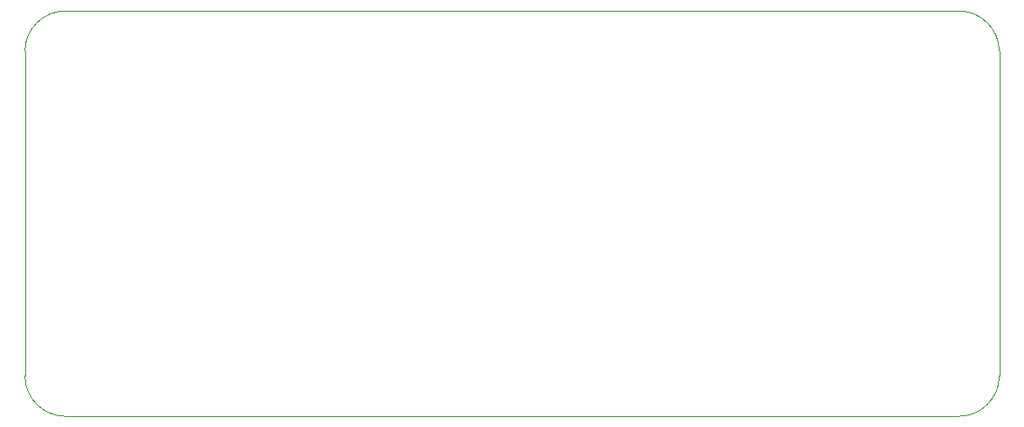
<source format=gm1>
G04 #@! TF.FileFunction,Profile,NP*
%FSLAX46Y46*%
G04 Gerber Fmt 4.6, Leading zero omitted, Abs format (unit mm)*
G04 Created by KiCad (PCBNEW (2015-07-01 BZR 5850)-product) date Fri Aug 21 14:42:13 2015*
%MOMM*%
G01*
G04 APERTURE LIST*
%ADD10C,0.150000*%
%ADD11C,0.100000*%
G04 APERTURE END LIST*
D10*
D11*
X262890000Y-170180000D02*
X262890000Y-200660000D01*
X175260000Y-166370000D02*
X259080000Y-166370000D01*
X171450000Y-200660000D02*
X171450000Y-170180000D01*
X259080000Y-204470000D02*
X175260000Y-204470000D01*
X259080000Y-204470000D02*
G75*
G03X262890000Y-200660000I0J3810000D01*
G01*
X175260000Y-166370000D02*
G75*
G03X171450000Y-170180000I0J-3810000D01*
G01*
X262890000Y-170180000D02*
G75*
G03X259080000Y-166370000I-3810000J0D01*
G01*
X171450000Y-200660000D02*
G75*
G03X175260000Y-204470000I3810000J0D01*
G01*
M02*

</source>
